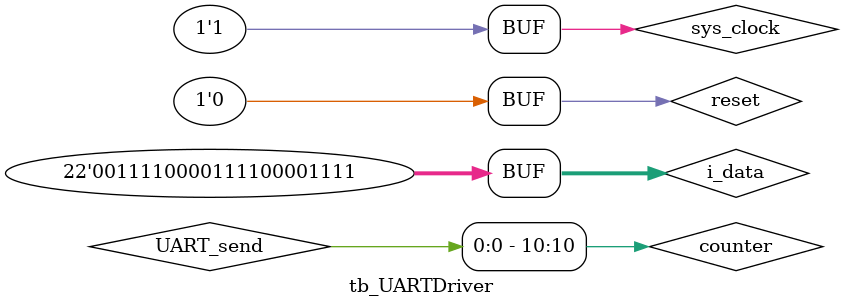
<source format=v>
`timescale 1us/1ns
module tb_UARTDriver();
	
	reg reset;
	reg sys_clock;
	wire UART_TX;
	wire UART_send;
	wire new_frame;
	reg [21:0] i_data;
	
	reg [12:0] counter;
	
	/*module UARTDriver(	input sys_clock,
							input reset,
							input UART_TX,
							input UART_send,
							input new_frame,
							input [21:0] i_data);*/
	UARTDriver DUT1(sys_clock, reset, UART_TX, UART_send, new_frame, i_data);
	
	
	initial begin
		reset = 1'b1;
		i_data = 22'h0f0f0f;
		#30;
		reset = 1'b0;
	end
	
	initial counter = 11'd0;
	always @(posedge sys_clock) counter <= counter + 11'd1;
	assign UART_send = counter[10];
	
	assign new_frame = counter == 13'b1110000000000;
							
	always begin
		sys_clock = 1'b0;
		#5;
		sys_clock = 1'b1;
		#5;
	end
	
endmodule 
</source>
